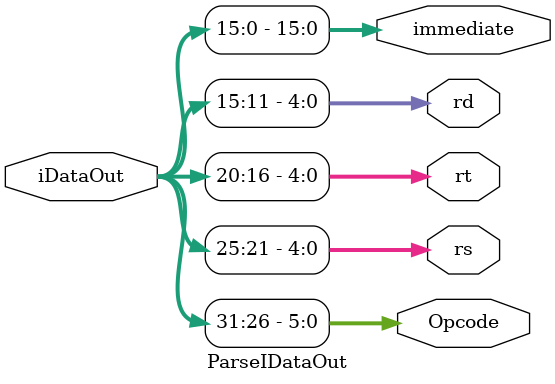
<source format=v>
`timescale 1ns / 1ps
module ParseIDataOut(iDataOut, Opcode, rs, rt, rd, immediate);
	input [31:0] iDataOut;
	output reg [5:0] Opcode;
	output reg [4:0] rs, rt, rd;
	output reg [15:0] immediate;
    always @(iDataOut) begin
    	Opcode = iDataOut[31:26];
		rs = iDataOut[25:21];
		rt = iDataOut[20:16];
		rd = iDataOut[15:11];
		immediate = iDataOut[15:0];
    end
endmodule

</source>
